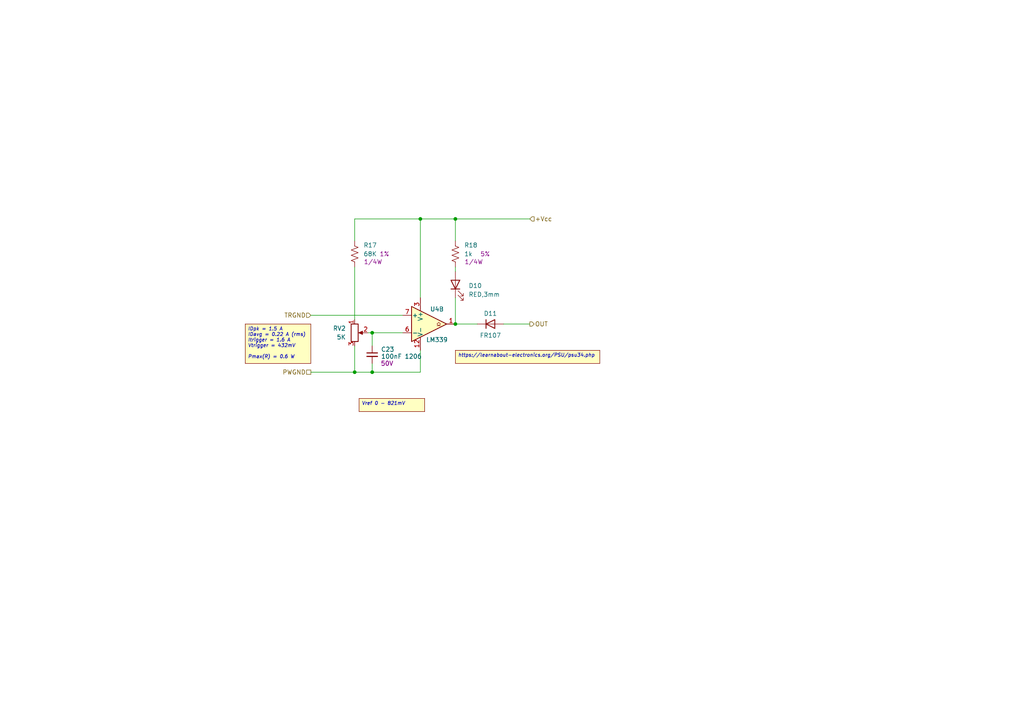
<source format=kicad_sch>
(kicad_sch (version 20231120) (generator "eeschema") (generator_version "8.0")
  (paper "A4")
  (title_block (date "2024-06-21") (rev "0.4") (company "Universidad Tecnológica Nacional - Facultad Regional Córdoba") (comment 1 "Electrónica de Potencia") (comment 2 "Grupo 3 / Curso 5R2") (comment 3 "Davalle, Lucas E. (Leg. 86189) - Sanchez Serantes, Juan I. (Leg. 86162)") (comment 4 "Philippeaux, Enrique W. (Leg. 86153) - Moreno, Maximiliano (Leg. 86837)"))
  (lib_symbols
    (symbol "Comparator:LM339" (pin_names (offset 0.127))
      (property "Reference" "U" (at 0 5.08 0))
      (property "Value" "LM339" (at 0 -5.08 0))
      (symbol "LM339_1_1"
        (polyline (pts (xy -5.08 5.08) (xy 5.08 0) (xy -5.08 -5.08) (xy -5.08 5.08)) (stroke (width 0.254)) (fill (type background)))
        (polyline (pts (xy 3.302 -0.508) (xy 2.794 -0.508) (xy 3.302 0) (xy 2.794 0.508) (xy 2.286 0) (xy 2.794 -0.508) (xy 2.286 -0.508)) (stroke (width 0.127)))
        (pin open_collector line (at 7.62 0 180) (length 2.54) (name "~") (number "2"))
        (pin input line (at -7.62 -2.54 0) (length 2.54) (name "-") (number "4"))
        (pin input line (at -7.62 2.54 0) (length 2.54) (name "+") (number "5"))
      )
      (symbol "LM339_2_1"
        (polyline (pts (xy -5.08 5.08) (xy 5.08 0) (xy -5.08 -5.08) (xy -5.08 5.08)) (stroke (width 0.254)) (fill (type background)))
        (polyline (pts (xy 3.302 -0.508) (xy 2.794 -0.508) (xy 3.302 0) (xy 2.794 0.508) (xy 2.286 0) (xy 2.794 -0.508) (xy 2.286 -0.508)) (stroke (width 0.127)))
        (pin open_collector line (at 7.62 0 180) (length 2.54) (name "~") (number "1"))
        (pin input line (at -7.62 -2.54 0) (length 2.54) (name "-") (number "6"))
        (pin input line (at -7.62 2.54 0) (length 2.54) (name "+") (number "7"))
      )
      (symbol "LM339_3_1"
        (polyline (pts (xy -5.08 5.08) (xy 5.08 0) (xy -5.08 -5.08) (xy -5.08 5.08)) (stroke (width 0.254)) (fill (type background)))
        (polyline (pts (xy 3.302 -0.508) (xy 2.794 -0.508) (xy 3.302 0) (xy 2.794 0.508) (xy 2.286 0) (xy 2.794 -0.508) (xy 2.286 -0.508)) (stroke (width 0.127)))
        (pin input line (at -7.62 -2.54 0) (length 2.54) (name "-") (number "10"))
        (pin input line (at -7.62 2.54 0) (length 2.54) (name "+") (number "11"))
        (pin open_collector line (at 7.62 0 180) (length 2.54) (name "~") (number "13"))
      )
      (symbol "LM339_4_1"
        (polyline (pts (xy -5.08 5.08) (xy 5.08 0) (xy -5.08 -5.08) (xy -5.08 5.08)) (stroke (width 0.254)) (fill (type background)))
        (polyline (pts (xy 3.302 -0.508) (xy 2.794 -0.508) (xy 3.302 0) (xy 2.794 0.508) (xy 2.286 0) (xy 2.794 -0.508) (xy 2.286 -0.508)) (stroke (width 0.127)))
        (pin open_collector line (at 7.62 0 180) (length 2.54) (name "~") (number "14"))
        (pin input line (at -7.62 -2.54 0) (length 2.54) (name "-") (number "8"))
        (pin input line (at -7.62 2.54 0) (length 2.54) (name "+") (number "9"))
      )
      (symbol "LM339_5_1"
        (pin power_in line (at -2.54 -7.62 90) (length 3.81) (name "V-") (number "12"))
        (pin power_in line (at -2.54 7.62 270) (length 3.81) (name "V+") (number "3"))
      )
    )
    (symbol "Device:C_Small" (pin_numbers hide) (pin_names (offset 0.254) hide)
      (property "Reference" "C" (at 0.254 1.778 0))
      (property "Value" "C_Small" (at 0.254 -2.032 0))
      (symbol "C_Small_0_1"
        (polyline (pts (xy -1.524 -0.508) (xy 1.524 -0.508)) (stroke (width 0.3302)))
        (polyline (pts (xy -1.524 0.508) (xy 1.524 0.508)) (stroke (width 0.3048)))
      )
      (symbol "C_Small_1_1"
        (pin passive line (at 0 2.54 270) (length 2.032) (name "~") (number "1"))
        (pin passive line (at 0 -2.54 90) (length 2.032) (name "~") (number "2"))
      )
    )
    (symbol "Device:D" (pin_numbers hide) (pin_names (offset 1.016) hide)
      (property "Reference" "D" (at 0 2.54 0))
      (property "Value" "D" (at 0 -2.54 0))
      (symbol "D_0_1"
        (polyline (pts (xy -1.27 1.27) (xy -1.27 -1.27)) (stroke (width 0.254)))
        (polyline (pts (xy 1.27 0) (xy -1.27 0)))
        (polyline (pts (xy 1.27 1.27) (xy 1.27 -1.27) (xy -1.27 0) (xy 1.27 1.27)) (stroke (width 0.254)))
      )
      (symbol "D_1_1"
        (pin passive line (at -3.81 0 0) (length 2.54) (name "K") (number "1"))
        (pin passive line (at 3.81 0 180) (length 2.54) (name "A") (number "2"))
      )
    )
    (symbol "Device:LED" (pin_numbers hide) (pin_names (offset 1.016) hide)
      (property "Reference" "D" (at 0 2.54 0))
      (property "Value" "LED" (at 0 -2.54 0))
      (symbol "LED_0_1"
        (polyline (pts (xy -1.27 -1.27) (xy -1.27 1.27)) (stroke (width 0.254)))
        (polyline (pts (xy -1.27 0) (xy 1.27 0)))
        (polyline (pts (xy 1.27 -1.27) (xy 1.27 1.27) (xy -1.27 0) (xy 1.27 -1.27)) (stroke (width 0.254)))
        (polyline (pts (xy -3.048 -0.762) (xy -4.572 -2.286) (xy -3.81 -2.286) (xy -4.572 -2.286) (xy -4.572 -1.524)))
        (polyline (pts (xy -1.778 -0.762) (xy -3.302 -2.286) (xy -2.54 -2.286) (xy -3.302 -2.286) (xy -3.302 -1.524)))
      )
      (symbol "LED_1_1"
        (pin passive line (at -3.81 0 0) (length 2.54) (name "K") (number "1"))
        (pin passive line (at 3.81 0 180) (length 2.54) (name "A") (number "2"))
      )
    )
    (symbol "Device:R_Potentiometer" (pin_names (offset 1.016) hide)
      (property "Reference" "RV" (at -4.445 0 90))
      (property "Value" "R_Potentiometer" (at -2.54 0 90))
      (symbol "R_Potentiometer_0_1"
        (polyline (pts (xy 2.54 0) (xy 1.524 0)))
        (polyline (pts (xy 1.143 0) (xy 2.286 0.508) (xy 2.286 -0.508) (xy 1.143 0)) (fill (type outline)))
        (rectangle (start 1.016 2.54) (end -1.016 -2.54) (stroke (width 0.254)))
      )
      (symbol "R_Potentiometer_1_1"
        (pin passive line (at 0 3.81 270) (length 1.27) (name "1") (number "1"))
        (pin passive line (at 3.81 0 180) (length 1.27) (name "2") (number "2"))
        (pin passive line (at 0 -3.81 90) (length 1.27) (name "3") (number "3"))
      )
    )
    (symbol "Device:R_US" (pin_numbers hide) (pin_names (offset 0))
      (property "Reference" "R" (at 2.54 0 90))
      (property "Value" "R_US" (at -2.54 0 90))
      (symbol "R_US_0_1"
        (polyline (pts (xy 0 -2.286) (xy 0 -2.54)))
        (polyline (pts (xy 0 2.286) (xy 0 2.54)))
        (polyline (pts (xy 0 -0.762) (xy 1.016 -1.143) (xy 0 -1.524) (xy -1.016 -1.905) (xy 0 -2.286)))
        (polyline (pts (xy 0 0.762) (xy 1.016 0.381) (xy 0 0) (xy -1.016 -0.381) (xy 0 -0.762)))
        (polyline (pts (xy 0 2.286) (xy 1.016 1.905) (xy 0 1.524) (xy -1.016 1.143) (xy 0 0.762)))
      )
      (symbol "R_US_1_1"
        (pin passive line (at 0 3.81 270) (length 1.27) (name "~") (number "1"))
        (pin passive line (at 0 -3.81 90) (length 1.27) (name "~") (number "2"))
      )
    )
  )
  (junction (at 132.08 63.5))
  (junction (at 121.92 63.5))
  (junction (at 102.87 107.95))
  (junction (at 107.95 107.95))
  (junction (at 107.95 96.52))
  (junction (at 132.08 93.98))
  (wire (pts (xy 107.95 96.52) (xy 107.95 100.33)))
  (wire (pts (xy 132.08 63.5) (xy 132.08 69.85)))
  (wire (pts (xy 132.08 77.47) (xy 132.08 78.74)))
  (wire (pts (xy 121.92 63.5) (xy 132.08 63.5)))
  (wire (pts (xy 107.95 96.52) (xy 116.84 96.52)))
  (wire (pts (xy 106.68 96.52) (xy 107.95 96.52)))
  (wire (pts (xy 102.87 63.5) (xy 121.92 63.5)))
  (wire (pts (xy 90.17 91.44) (xy 116.84 91.44)))
  (wire (pts (xy 146.05 93.98) (xy 153.67 93.98)))
  (wire (pts (xy 102.87 69.85) (xy 102.87 63.5)))
  (wire (pts (xy 102.87 100.33) (xy 102.87 107.95)))
  (wire (pts (xy 132.08 93.98) (xy 138.43 93.98)))
  (wire (pts (xy 121.92 107.95) (xy 121.92 101.6)))
  (wire (pts (xy 107.95 105.41) (xy 107.95 107.95)))
  (wire (pts (xy 90.17 107.95) (xy 102.87 107.95)))
  (wire (pts (xy 121.92 63.5) (xy 121.92 86.36)))
  (wire (pts (xy 102.87 77.47) (xy 102.87 92.71)))
  (wire (pts (xy 153.67 63.5) (xy 132.08 63.5)))
  (wire (pts (xy 107.95 107.95) (xy 121.92 107.95)))
  (wire (pts (xy 102.87 107.95) (xy 107.95 107.95)))
  (wire (pts (xy 132.08 86.36) (xy 132.08 93.98)))
  (text_box "https://learnabout-electronics.org/PSU/psu34.php" (at 132.08 101.6 0) (size 41.91 3.81) (stroke (width 0) (color 132 0 0 1)) (fill (type color) (color 255 255 194 1)) (effects (font (size 1 1) (italic yes)) (justify left top)))
  (text_box "IDpk = 1.5 A\nIDavg = 0.22 A (rms)\nItrigger = 1.6 A\nVtrigger = 432mV\n\nPmax(R) = 0.6 W" (at 71.12 93.98 0) (size 19.05 11.43) (stroke (width 0) (color 132 0 0 1)) (fill (type color) (color 255 255 194 1)) (effects (font (size 1 1) (italic yes)) (justify left top)))
  (text_box "Vref 0 - 821mV" (at 104.14 115.57 0) (size 19.05 3.81) (stroke (width 0) (color 132 0 0 1)) (fill (type color) (color 255 255 194 1)) (effects (font (size 1 1) (italic yes)) (justify left top)))
  (hierarchical_label "TRGND" (shape input) (at 90.17 91.44 180))
  (hierarchical_label "+Vcc" (shape input) (at 153.67 63.5 0))
  (hierarchical_label "PWGND" (shape passive) (at 90.17 107.95 180))
  (hierarchical_label "OUT" (shape output) (at 153.67 93.98 0))
  (symbol (lib_id "Device:R_US") (at 132.08 73.66 180) (unit 1)
    (property "Reference" "R18" (at 134.62 71.12 0) (effects (justify right)))
    (property "Value" "1k" (at 134.62 73.66 0) (effects (justify right)))
    (property "Footprint" "Resistor_THT:R_Axial_DIN0207_L6.3mm_D2.5mm_P2.54mm_Vertical" (effects (hide yes)))
    (property "Description" "Resistor, US symbol" (effects (hide yes)))
    (property "Power" "1/4W" (at 137.414 75.9461 0))
    (property "Precision" "5%" (at 140.716 73.6601 0))
  )
  (symbol (lib_id "Device:D") (at 142.24 93.98 0) (mirror x) (unit 1)
    (property "Reference" "D11" (at 142.24 90.932 0))
    (property "Value" "FR107" (at 142.24 97.282 0))
    (property "Footprint" "Diode_THT:D_DO-41_SOD81_P2.54mm_Vertical_AnodeUp" (effects (hide yes)))
    (property "Datasheet" "./docs/FR107.pdf" (effects (hide yes)))
    (property "Description" "Diode" (effects (hide yes)))
    (property "Sim.Device" "D" (effects (hide yes)))
    (property "Sim.Pins" "1=K 2=A" (effects (hide yes)))
  )
  (symbol (lib_id "Comparator:LM339") (at 124.46 93.98 0) (unit 5)
    (property "Reference" "U4" (effects (hide yes)))
    (property "Value" "LM339" (effects (hide yes)))
    (property "Footprint" "Package_DIP:DIP-14_W7.62mm_Socket_LongPads" (effects (hide yes)))
    (property "Datasheet" "https://www.st.com/resource/en/datasheet/lm139.pdf" (effects (hide yes)))
    (property "Description" "Quad Differential Comparators, SOIC-14/TSSOP-14" (effects (hide yes)))
  )
  (symbol (lib_id "Device:R_US") (at 102.87 73.66 180) (unit 1)
    (property "Reference" "R17" (at 105.41 71.12 0) (effects (justify right)))
    (property "Value" "68K" (at 105.41 73.66 0) (effects (justify right)))
    (property "Footprint" "Resistor_THT:R_Axial_DIN0207_L6.3mm_D2.5mm_P2.54mm_Vertical" (effects (hide yes)))
    (property "Description" "Resistor, US symbol" (effects (hide yes)))
    (property "Power" "1/4W" (at 108.204 75.9461 0))
    (property "Precision" "1%" (at 111.506 73.6601 0))
  )
  (symbol (lib_id "Device:R_Potentiometer") (at 102.87 96.52 0) (unit 1)
    (property "Reference" "RV2" (at 100.33 95.2499 0) (effects (justify right)))
    (property "Value" "5K" (at 100.33 97.7899 0) (effects (justify right)))
    (property "Footprint" "Potentiometer_THT:Potentiometer_Bourns_3296W_Vertical" (effects (hide yes)))
  )
  (symbol (lib_id "Device:C_Small") (at 107.95 102.87 0) (unit 1)
    (property "Reference" "C23" (at 110.49 101.346 0) (effects (justify left)))
    (property "Value" "100nF 1206" (at 110.49 103.378 0) (effects (justify left)))
    (property "Footprint" "Capacitor_SMD:C_1206_3216Metric_Pad1.33x1.80mm_HandSolder" (effects (hide yes)))
    (property "Description" "Unpolarized capacitor, small symbol" (effects (hide yes)))
    (property "Voltage" "50V" (at 112.268 105.41 0))
  )
  (symbol (lib_id "Device:LED") (at 132.08 82.55 90) (unit 1)
    (property "Reference" "D10" (at 135.89 82.8674 90) (effects (justify right)))
    (property "Value" "RED,3mm" (at 135.89 85.4074 90) (effects (justify right)))
    (property "Footprint" "LED_THT:LED_D3.0mm" (effects (hide yes)))
    (property "Description" "Light emitting diode" (effects (hide yes)))
  )
  (symbol (lib_id "Comparator:LM339") (at 124.46 93.98 0) (unit 2)
    (property "Reference" "U4" (at 126.746 89.662 0))
    (property "Value" "LM339" (at 126.746 98.552 0))
    (property "Footprint" "Package_DIP:DIP-14_W7.62mm_Socket_LongPads" (effects (hide yes)))
    (property "Datasheet" "https://www.st.com/resource/en/datasheet/lm139.pdf" (effects (hide yes)))
    (property "Description" "Quad Differential Comparators, SOIC-14/TSSOP-14" (effects (hide yes)))
  )
)
</source>
